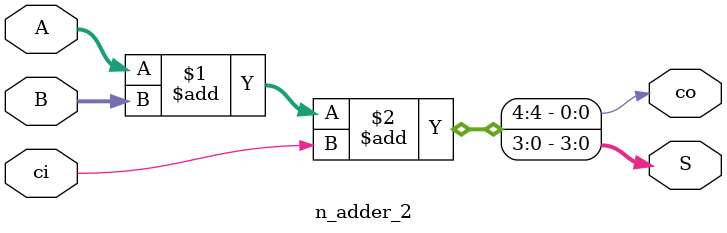
<source format=sv>
module n_adder #(
  parameter N=4
)(
  input  logic signed [N-1:0] A, B,
  input  logic ci,
  output logic signed [N-1:0] S,
  output logic co
);
  logic C [N:0];
  assign C[0] = ci;
  assign co = C[N];

  genvar i; 
  for (i=0; i<N; i=i+1) begin:add
    // full_adder fa (A[i],B[i],C[i],C[i+1],S[i]);
    full_adder fa (
      .a    (A[i  ]),
      .b    (B[i  ]),
      .ci   (C[i  ]),
      .co   (C[i+1]),
      .sum  (S[i  ])
    );
  end
endmodule


module n_adder_2 #(
  parameter N=4
)(
  input  logic signed [N-1:0] A, B,
  input  logic ci,
  output logic signed [N-1:0] S,
  output logic co
);
  assign {co,S} = A + B + ci;
endmodule
</source>
